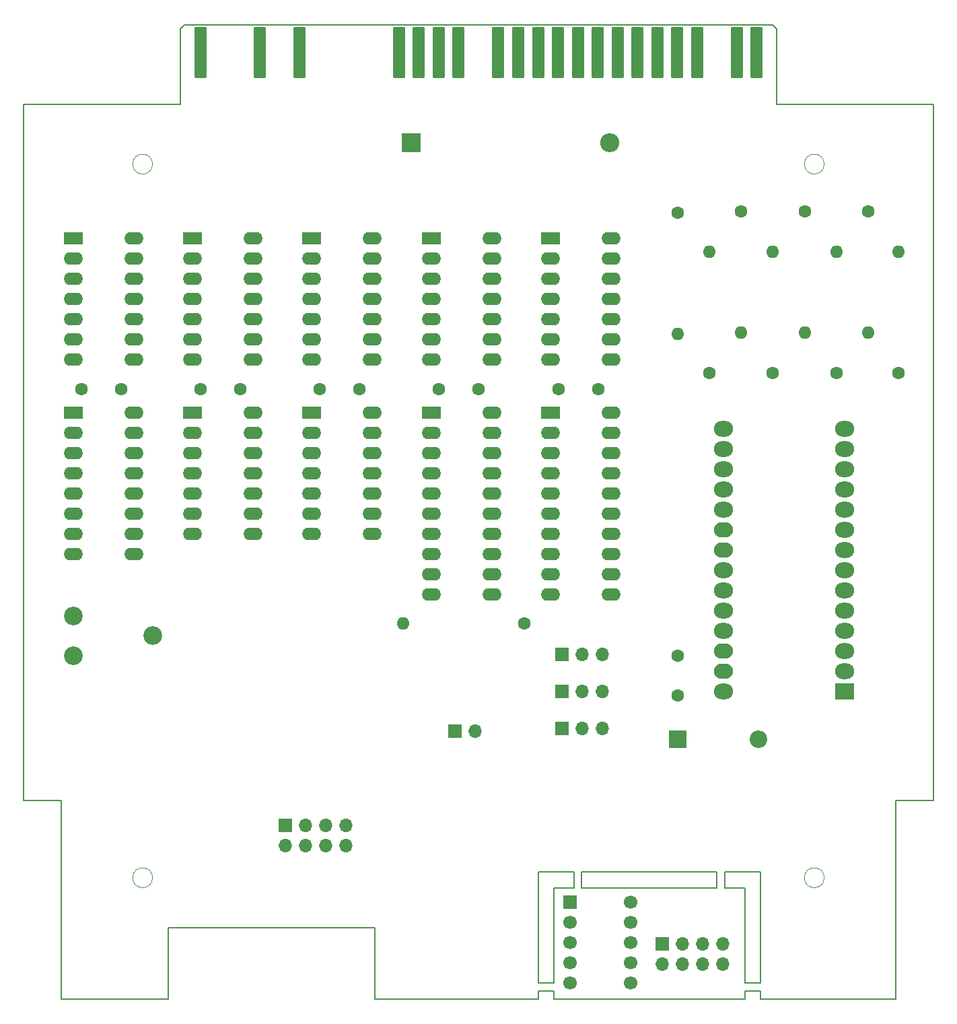
<source format=gbr>
%TF.GenerationSoftware,KiCad,Pcbnew,8.0.2*%
%TF.CreationDate,2024-05-13T23:51:40+02:00*%
%TF.ProjectId,M062.2,4d303632-2e32-42e6-9b69-6361645f7063,2*%
%TF.SameCoordinates,Original*%
%TF.FileFunction,Soldermask,Bot*%
%TF.FilePolarity,Negative*%
%FSLAX46Y46*%
G04 Gerber Fmt 4.6, Leading zero omitted, Abs format (unit mm)*
G04 Created by KiCad (PCBNEW 8.0.2) date 2024-05-13 23:51:40*
%MOMM*%
%LPD*%
G01*
G04 APERTURE LIST*
G04 Aperture macros list*
%AMRoundRect*
0 Rectangle with rounded corners*
0 $1 Rounding radius*
0 $2 $3 $4 $5 $6 $7 $8 $9 X,Y pos of 4 corners*
0 Add a 4 corners polygon primitive as box body*
4,1,4,$2,$3,$4,$5,$6,$7,$8,$9,$2,$3,0*
0 Add four circle primitives for the rounded corners*
1,1,$1+$1,$2,$3*
1,1,$1+$1,$4,$5*
1,1,$1+$1,$6,$7*
1,1,$1+$1,$8,$9*
0 Add four rect primitives between the rounded corners*
20,1,$1+$1,$2,$3,$4,$5,0*
20,1,$1+$1,$4,$5,$6,$7,0*
20,1,$1+$1,$6,$7,$8,$9,0*
20,1,$1+$1,$8,$9,$2,$3,0*%
G04 Aperture macros list end*
%ADD10C,2.340000*%
%ADD11R,2.400000X1.600000*%
%ADD12O,2.400000X1.600000*%
%ADD13C,1.600000*%
%ADD14O,1.600000X1.600000*%
%ADD15R,2.400000X2.400000*%
%ADD16O,2.400000X2.400000*%
%ADD17RoundRect,0.150000X-0.600000X-3.100000X0.600000X-3.100000X0.600000X3.100000X-0.600000X3.100000X0*%
%ADD18R,1.700000X1.700000*%
%ADD19C,1.700000*%
%ADD20R,2.400000X2.000000*%
%ADD21O,2.400000X2.000000*%
%ADD22O,2.400000X1.900000*%
%ADD23O,1.700000X1.700000*%
%ADD24R,2.200000X2.200000*%
%ADD25O,2.200000X2.200000*%
%TA.AperFunction,Profile*%
%ADD26C,0.150000*%
%TD*%
%TA.AperFunction,Profile*%
%ADD27C,0.120000*%
%TD*%
G04 APERTURE END LIST*
D10*
%TO.C,RV1*%
X101000000Y-120500000D03*
X111000000Y-118000000D03*
X101000000Y-115500000D03*
%TD*%
D11*
%TO.C,U1*%
X116000000Y-68000000D03*
D12*
X116000000Y-70540000D03*
X116000000Y-73080000D03*
X116000000Y-75620000D03*
X116000000Y-78160000D03*
X116000000Y-80700000D03*
X116000000Y-83240000D03*
X123620000Y-83240000D03*
X123620000Y-80700000D03*
X123620000Y-78160000D03*
X123620000Y-75620000D03*
X123620000Y-73080000D03*
X123620000Y-70540000D03*
X123620000Y-68000000D03*
%TD*%
D13*
%TO.C,R6*%
X185000000Y-64680000D03*
D14*
X185000000Y-79920000D03*
%TD*%
D13*
%TO.C,R3*%
X197000000Y-85000000D03*
D14*
X197000000Y-69760000D03*
%TD*%
D15*
%TO.C,C1*%
X143500000Y-56000000D03*
D16*
X168500000Y-56000000D03*
%TD*%
D17*
%TO.C,X1*%
X186960000Y-44700000D03*
X184460000Y-44700000D03*
X179460000Y-44700000D03*
X176960000Y-44700000D03*
X174460000Y-44700000D03*
X171960000Y-44700000D03*
X169460000Y-44700000D03*
X166960000Y-44700000D03*
X164460000Y-44700000D03*
X161960000Y-44700000D03*
X159460000Y-44700000D03*
X156960000Y-44700000D03*
X154460000Y-44700000D03*
X149460000Y-44700000D03*
X146960000Y-44700000D03*
X144460000Y-44700000D03*
X141960000Y-44700000D03*
X129460000Y-44700000D03*
X124460000Y-44700000D03*
X116960000Y-44700000D03*
%TD*%
D13*
%TO.C,R9*%
X157740000Y-116500000D03*
D14*
X142500000Y-116500000D03*
%TD*%
D13*
%TO.C,R7*%
X181000000Y-85000000D03*
D14*
X181000000Y-69760000D03*
%TD*%
D18*
%TO.C,U12*%
X163500000Y-151500000D03*
D19*
X163500000Y-154040000D03*
X163500000Y-156580000D03*
X163500000Y-159120000D03*
X163500000Y-161660000D03*
X171120000Y-161660000D03*
X171120000Y-159120000D03*
X171120000Y-156580000D03*
X171120000Y-154040000D03*
X171120000Y-151500000D03*
%TD*%
D20*
%TO.C,U11*%
X198000000Y-125000000D03*
D21*
X198000000Y-122460000D03*
X198000000Y-119920000D03*
X198000000Y-117380000D03*
X198000000Y-114840000D03*
X198000000Y-112300000D03*
X198000000Y-109760000D03*
X198000000Y-107220000D03*
X198000000Y-104680000D03*
X198000000Y-102140000D03*
X198000000Y-99600000D03*
X198000000Y-97060000D03*
X198000000Y-94520000D03*
X198000000Y-91980000D03*
X182760000Y-91980000D03*
X182760000Y-94520000D03*
X182760000Y-97060000D03*
X182760000Y-99600000D03*
X182760000Y-102140000D03*
D22*
X182760000Y-104680000D03*
X182760000Y-107220000D03*
D21*
X182760000Y-109760000D03*
X182760000Y-112300000D03*
X182760000Y-114840000D03*
X182760000Y-117380000D03*
D22*
X182760000Y-119920000D03*
X182760000Y-122460000D03*
D21*
X182760000Y-125000000D03*
%TD*%
D13*
%TO.C,R1*%
X204760000Y-85000000D03*
D14*
X204760000Y-69760000D03*
%TD*%
D13*
%TO.C,R2*%
X201000000Y-64680000D03*
D14*
X201000000Y-79920000D03*
%TD*%
D11*
%TO.C,U9*%
X131000000Y-68000000D03*
D12*
X131000000Y-70540000D03*
X131000000Y-73080000D03*
X131000000Y-75620000D03*
X131000000Y-78160000D03*
X131000000Y-80700000D03*
X131000000Y-83240000D03*
X138620000Y-83240000D03*
X138620000Y-80700000D03*
X138620000Y-78160000D03*
X138620000Y-75620000D03*
X138620000Y-73080000D03*
X138620000Y-70540000D03*
X138620000Y-68000000D03*
%TD*%
D18*
%TO.C,JP4*%
X162475000Y-120350000D03*
D23*
X165015000Y-120350000D03*
X167555000Y-120350000D03*
%TD*%
D11*
%TO.C,U2*%
X146000000Y-68000000D03*
D12*
X146000000Y-70540000D03*
X146000000Y-73080000D03*
X146000000Y-75620000D03*
X146000000Y-78160000D03*
X146000000Y-80700000D03*
X146000000Y-83240000D03*
X153620000Y-83240000D03*
X153620000Y-80700000D03*
X153620000Y-78160000D03*
X153620000Y-75620000D03*
X153620000Y-73080000D03*
X153620000Y-70540000D03*
X153620000Y-68000000D03*
%TD*%
D24*
%TO.C,D1*%
X177000000Y-131000000D03*
D25*
X187160000Y-131000000D03*
%TD*%
D13*
%TO.C,C7*%
X177000000Y-125500000D03*
X177000000Y-120500000D03*
%TD*%
D11*
%TO.C,U3*%
X116000000Y-90000000D03*
D12*
X116000000Y-92540000D03*
X116000000Y-95080000D03*
X116000000Y-97620000D03*
X116000000Y-100160000D03*
X116000000Y-102700000D03*
X116000000Y-105240000D03*
X123620000Y-105240000D03*
X123620000Y-102700000D03*
X123620000Y-100160000D03*
X123620000Y-97620000D03*
X123620000Y-95080000D03*
X123620000Y-92540000D03*
X123620000Y-90000000D03*
%TD*%
D18*
%TO.C,JP2*%
X149000000Y-130000000D03*
D23*
X151540000Y-130000000D03*
%TD*%
D13*
%TO.C,C5*%
X152000000Y-87000000D03*
X147000000Y-87000000D03*
%TD*%
D18*
%TO.C,J1*%
X127650000Y-141875000D03*
D23*
X127650000Y-144415000D03*
X130190000Y-141875000D03*
X130190000Y-144415000D03*
X132730000Y-141875000D03*
X132730000Y-144415000D03*
X135270000Y-141875000D03*
X135270000Y-144415000D03*
%TD*%
D11*
%TO.C,U5*%
X101000000Y-90000000D03*
D12*
X101000000Y-92540000D03*
X101000000Y-95080000D03*
X101000000Y-97620000D03*
X101000000Y-100160000D03*
X101000000Y-102700000D03*
X101000000Y-105240000D03*
X101000000Y-107780000D03*
X108620000Y-107780000D03*
X108620000Y-105240000D03*
X108620000Y-102700000D03*
X108620000Y-100160000D03*
X108620000Y-97620000D03*
X108620000Y-95080000D03*
X108620000Y-92540000D03*
X108620000Y-90000000D03*
%TD*%
D13*
%TO.C,R4*%
X193000000Y-64680000D03*
D14*
X193000000Y-79920000D03*
%TD*%
D13*
%TO.C,C2*%
X107000000Y-87000000D03*
X102000000Y-87000000D03*
%TD*%
D11*
%TO.C,U8*%
X101000000Y-68000000D03*
D12*
X101000000Y-70540000D03*
X101000000Y-73080000D03*
X101000000Y-75620000D03*
X101000000Y-78160000D03*
X101000000Y-80700000D03*
X101000000Y-83240000D03*
X108620000Y-83240000D03*
X108620000Y-80700000D03*
X108620000Y-78160000D03*
X108620000Y-75620000D03*
X108620000Y-73080000D03*
X108620000Y-70540000D03*
X108620000Y-68000000D03*
%TD*%
D13*
%TO.C,R8*%
X177000000Y-64840000D03*
D14*
X177000000Y-80080000D03*
%TD*%
D11*
%TO.C,U7*%
X161000000Y-90000000D03*
D12*
X161000000Y-92540000D03*
X161000000Y-95080000D03*
X161000000Y-97620000D03*
X161000000Y-100160000D03*
X161000000Y-102700000D03*
X161000000Y-105240000D03*
X161000000Y-107780000D03*
X161000000Y-110320000D03*
X161000000Y-112860000D03*
X168620000Y-112860000D03*
X168620000Y-110320000D03*
X168620000Y-107780000D03*
X168620000Y-105240000D03*
X168620000Y-102700000D03*
X168620000Y-100160000D03*
X168620000Y-97620000D03*
X168620000Y-95080000D03*
X168620000Y-92540000D03*
X168620000Y-90000000D03*
%TD*%
D13*
%TO.C,R5*%
X189000000Y-85000000D03*
D14*
X189000000Y-69760000D03*
%TD*%
D13*
%TO.C,C6*%
X167000000Y-87000000D03*
X162000000Y-87000000D03*
%TD*%
%TO.C,C3*%
X122000000Y-87000000D03*
X117000000Y-87000000D03*
%TD*%
D11*
%TO.C,U4*%
X161000000Y-68000000D03*
D12*
X161000000Y-70540000D03*
X161000000Y-73080000D03*
X161000000Y-75620000D03*
X161000000Y-78160000D03*
X161000000Y-80700000D03*
X161000000Y-83240000D03*
X168620000Y-83240000D03*
X168620000Y-80700000D03*
X168620000Y-78160000D03*
X168620000Y-75620000D03*
X168620000Y-73080000D03*
X168620000Y-70540000D03*
X168620000Y-68000000D03*
%TD*%
D13*
%TO.C,C4*%
X137000000Y-87000000D03*
X132000000Y-87000000D03*
%TD*%
D11*
%TO.C,U10*%
X146000000Y-90000000D03*
D12*
X146000000Y-92540000D03*
X146000000Y-95080000D03*
X146000000Y-97620000D03*
X146000000Y-100160000D03*
X146000000Y-102700000D03*
X146000000Y-105240000D03*
X146000000Y-107780000D03*
X146000000Y-110320000D03*
X146000000Y-112860000D03*
X153620000Y-112860000D03*
X153620000Y-110320000D03*
X153620000Y-107780000D03*
X153620000Y-105240000D03*
X153620000Y-102700000D03*
X153620000Y-100160000D03*
X153620000Y-97620000D03*
X153620000Y-95080000D03*
X153620000Y-92540000D03*
X153620000Y-90000000D03*
%TD*%
D18*
%TO.C,JP1*%
X162475000Y-129650000D03*
D23*
X165015000Y-129650000D03*
X167555000Y-129650000D03*
%TD*%
D18*
%TO.C,JP3*%
X162475000Y-125000000D03*
D23*
X165015000Y-125000000D03*
X167555000Y-125000000D03*
%TD*%
D11*
%TO.C,U6*%
X131000000Y-90000000D03*
D12*
X131000000Y-92540000D03*
X131000000Y-95080000D03*
X131000000Y-97620000D03*
X131000000Y-100160000D03*
X131000000Y-102700000D03*
X131000000Y-105240000D03*
X138620000Y-105240000D03*
X138620000Y-102700000D03*
X138620000Y-100160000D03*
X138620000Y-97620000D03*
X138620000Y-95080000D03*
X138620000Y-92540000D03*
X138620000Y-90000000D03*
%TD*%
D18*
%TO.C,J2*%
X175080000Y-156760000D03*
D23*
X175080000Y-159300000D03*
X177620000Y-156760000D03*
X177620000Y-159300000D03*
X180160000Y-156760000D03*
X180160000Y-159300000D03*
X182700000Y-156760000D03*
X182700000Y-159300000D03*
%TD*%
D26*
%TO.C,X1*%
X94710000Y-51200000D02*
X94710000Y-138700000D01*
X99460000Y-138700000D02*
X94710000Y-138700000D01*
X99460000Y-138700000D02*
X99460000Y-163700000D01*
X112960000Y-154700000D02*
X112960000Y-163700000D01*
X112960000Y-154700000D02*
X138960000Y-154700000D01*
X112960000Y-163700000D02*
X99460000Y-163700000D01*
X114460000Y-41700000D02*
X114960000Y-41200000D01*
X114460000Y-51200000D02*
X94710000Y-51200000D01*
X114460000Y-51200000D02*
X114460000Y-41700000D01*
X114960000Y-41200000D02*
X188960000Y-41200000D01*
X138960000Y-154700000D02*
X138960000Y-163700000D01*
X159460000Y-147700000D02*
X159460000Y-161700000D01*
X159460000Y-161700000D02*
X161460000Y-161700000D01*
X159460000Y-162700000D02*
X159460000Y-163700000D01*
X159460000Y-162700000D02*
X161460000Y-162700000D01*
X159460000Y-163700000D02*
X138960000Y-163700000D01*
X161460000Y-149700000D02*
X161460000Y-161700000D01*
X161460000Y-162700000D02*
X161460000Y-163700000D01*
X163960000Y-147700000D02*
X159460000Y-147700000D01*
X163960000Y-147700000D02*
X163960000Y-149700000D01*
X163960000Y-149700000D02*
X161460000Y-149700000D01*
X164960000Y-147700000D02*
X164960000Y-149700000D01*
X164960000Y-147700000D02*
X181960000Y-147700000D01*
X164960000Y-149700000D02*
X181960000Y-149700000D01*
X181960000Y-149700000D02*
X181960000Y-147700000D01*
X182960000Y-147700000D02*
X187460000Y-147700000D01*
X182960000Y-149700000D02*
X182960000Y-147700000D01*
X182960000Y-149700000D02*
X185460000Y-149700000D01*
X185460000Y-149700000D02*
X185460000Y-161700000D01*
X185460000Y-161700000D02*
X187460000Y-161700000D01*
X185460000Y-162700000D02*
X185460000Y-163700000D01*
X185460000Y-162700000D02*
X187460000Y-162700000D01*
X185460000Y-163700000D02*
X161460000Y-163700000D01*
X187460000Y-147700000D02*
X187460000Y-161700000D01*
X187460000Y-162700000D02*
X187460000Y-163700000D01*
X189460000Y-41700000D02*
X188960000Y-41200000D01*
X189460000Y-41700000D02*
X189460000Y-51200000D01*
X189460000Y-51200000D02*
X209210000Y-51200000D01*
X204460000Y-138700000D02*
X204460000Y-163700000D01*
X204460000Y-163700000D02*
X187460000Y-163700000D01*
X209210000Y-51200000D02*
X209210000Y-138700000D01*
X209210000Y-138700000D02*
X204460000Y-138700000D01*
D27*
X110960000Y-58700000D02*
G75*
G02*
X108460000Y-58700000I-1250000J0D01*
G01*
X108460000Y-58700000D02*
G75*
G02*
X110960000Y-58700000I1250000J0D01*
G01*
X110960000Y-148450000D02*
G75*
G02*
X108460000Y-148450000I-1250000J0D01*
G01*
X108460000Y-148450000D02*
G75*
G02*
X110960000Y-148450000I1250000J0D01*
G01*
X195460000Y-58700000D02*
G75*
G02*
X192960000Y-58700000I-1250000J0D01*
G01*
X192960000Y-58700000D02*
G75*
G02*
X195460000Y-58700000I1250000J0D01*
G01*
X195460000Y-148450000D02*
G75*
G02*
X192960000Y-148450000I-1250000J0D01*
G01*
X192960000Y-148450000D02*
G75*
G02*
X195460000Y-148450000I1250000J0D01*
G01*
%TD*%
M02*

</source>
